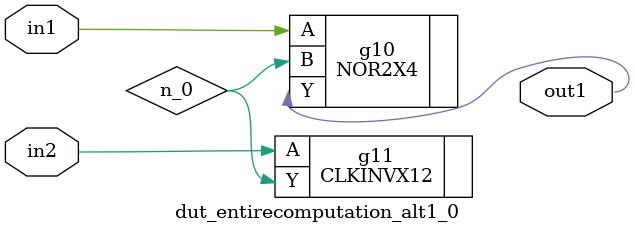
<source format=v>
`timescale 1ps / 1ps


module dut_entirecomputation_alt1_0(in1, in2, out1);
  input in1, in2;
  output out1;
  wire in1, in2;
  wire out1;
  wire n_0;
  NOR2X4 g10(.A (in1), .B (n_0), .Y (out1));
  CLKINVX12 g11(.A (in2), .Y (n_0));
endmodule



</source>
